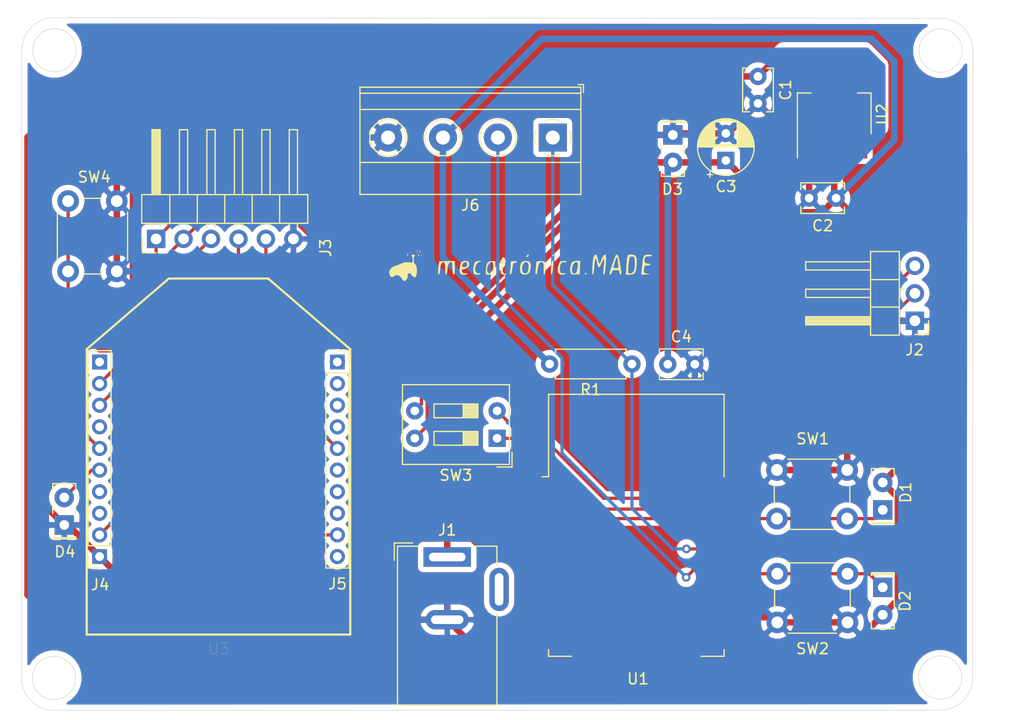
<source format=kicad_pcb>
(kicad_pcb (version 20171130) (host pcbnew "(5.1.6-0)")
  (layers (0 F.Cu signal) (31 B.Cu signal) (34 B.Paste user hide) (35 F.Paste user) (36 B.SilkS user) (37 F.SilkS user) (38 B.Mask user) (39 F.Mask user) (44 Edge.Cuts user))
  (net 0 "")
  (net 1 GND)
  (net 2 +3V3)
  (net 3 "Net-(U1-Pad2)")
  (net 4 "Net-(U1-Pad4)")
  (net 5 "Net-(U1-Pad5)")
  (net 6 "Net-(U1-Pad6)")
  (net 7 "Net-(U1-Pad7)")
  (net 8 "Net-(U1-Pad9)")
  (net 9 "Net-(U1-Pad10)")
  (net 10 "Net-(U1-Pad11)")
  (net 11 "Net-(U1-Pad12)")
  (net 12 "Net-(U1-Pad13)")
  (net 13 "Net-(U1-Pad14)")
  (net 14 "Net-(U1-Pad17)")
  (net 15 Rx)
  (net 16 Tx)
  (net 17 "Net-(U3-Pad4)")
  (net 18 "Net-(U3-Pad7)")
  (net 19 "Net-(U3-Pad11)")
  (net 20 "Net-(U3-Pad13)")
  (net 21 "Net-(U3-Pad14)")
  (net 22 "Net-(U3-Pad15)")
  (net 23 "Net-(U3-Pad17)")
  (net 24 "Net-(U3-Pad18)")
  (net 25 "Net-(U3-Pad19)")
  (net 26 "Net-(U3-Pad20)")
  (net 27 +12V)
  (net 28 RSSI)
  (net 29 /DOUT)
  (net 30 /DIN)
  (net 31 /DTR)
  (net 32 /CTS)
  (net 33 /RTS)
  (net 34 /VDD)
  (net 35 "Net-(J4-Pad7)")
  (net 36 RESET)
  (net 37 "Net-(J4-Pad4)")
  (net 38 "Net-(J4-Pad3)")
  (net 39 "Net-(J5-Pad1)")
  (net 40 "Net-(J5-Pad2)")
  (net 41 "Net-(J5-Pad3)")
  (net 42 "Net-(J5-Pad4)")
  (net 43 "Net-(J5-Pad6)")
  (net 44 "Net-(J5-Pad7)")
  (net 45 "Net-(J5-Pad8)")
  (net 46 "Net-(J5-Pad10)")
  (net 47 "Net-(D1-Pad1)")
  (net 48 "Net-(D2-Pad1)")
  (net 49 DATA)
  (net 50 SCK)
  (module XBP9B-DMST-002:DIP2200W51P200L3294H279Q20P (layer F.Cu) (at 116.95 107.47)
    (fp_text reference U3 (at 0.02 17.79 180) (layer F.SilkS) (effects (font (size 1.002732 1.002732) (thickness 0.015))))
    (fp_text value XBP9B-DMST-002)
    (pad 1 thru_hole rect (at -11 -8.75) (size 1.4 1.4) (drill 0.8) (layers *.Cu *.Mask) (net 2 +3V3))
    (pad 2 thru_hole circle (at -11 -6.75) (size 1.4 1.4) (drill 0.8) (layers *.Cu *.Mask) (net 29 /DOUT))
    (pad 3 thru_hole circle (at -11 -4.75) (size 1.4 1.4) (drill 0.8) (layers *.Cu *.Mask) (net 30 /DIN))
    (pad 4 thru_hole circle (at -11 -2.75) (size 1.4 1.4) (drill 0.8) (layers *.Cu *.Mask) (net 17 "Net-(U3-Pad4)"))
    (pad 5 thru_hole circle (at -11 -0.75) (size 1.4 1.4) (drill 0.8) (layers *.Cu *.Mask) (net 36 RESET))
    (pad 6 thru_hole circle (at -11 1.25) (size 1.4 1.4) (drill 0.8) (layers *.Cu *.Mask) (net 28 RSSI))
    (pad 7 thru_hole circle (at -11 3.25) (size 1.4 1.4) (drill 0.8) (layers *.Cu *.Mask) (net 18 "Net-(U3-Pad7)"))
    (pad 8 thru_hole circle (at -11 5.25) (size 1.4 1.4) (drill 0.8) (layers *.Cu *.Mask))
    (pad 9 thru_hole circle (at -11 7.25) (size 1.4 1.4) (drill 0.8) (layers *.Cu *.Mask) (net 31 /DTR))
    (pad 10 thru_hole circle (at -11 9.25) (size 1.4 1.4) (drill 0.8) (layers *.Cu *.Mask) (net 1 GND))
    (pad 11 thru_hole circle (at 11 9.25) (size 1.4 1.4) (drill 0.8) (layers *.Cu *.Mask) (net 19 "Net-(U3-Pad11)"))
    (pad 12 thru_hole circle (at 11 7.25) (size 1.4 1.4) (drill 0.8) (layers *.Cu *.Mask) (net 32 /CTS))
    (pad 13 thru_hole circle (at 11 5.25) (size 1.4 1.4) (drill 0.8) (layers *.Cu *.Mask) (net 20 "Net-(U3-Pad13)"))
    (pad 14 thru_hole circle (at 11 3.25) (size 1.4 1.4) (drill 0.8) (layers *.Cu *.Mask) (net 21 "Net-(U3-Pad14)"))
    (pad 15 thru_hole circle (at 11 1.25) (size 1.4 1.4) (drill 0.8) (layers *.Cu *.Mask) (net 22 "Net-(U3-Pad15)"))
    (pad 16 thru_hole circle (at 11 -0.75) (size 1.4 1.4) (drill 0.8) (layers *.Cu *.Mask) (net 33 /RTS))
    (pad 17 thru_hole circle (at 11 -2.75) (size 1.4 1.4) (drill 0.8) (layers *.Cu *.Mask) (net 23 "Net-(U3-Pad17)"))
    (pad 18 thru_hole circle (at 11 -4.75) (size 1.4 1.4) (drill 0.8) (layers *.Cu *.Mask) (net 24 "Net-(U3-Pad18)"))
    (pad 19 thru_hole circle (at 11 -6.75) (size 1.4 1.4) (drill 0.8) (layers *.Cu *.Mask) (net 25 "Net-(U3-Pad19)"))
    (pad 20 thru_hole circle (at 11 -8.75) (size 1.4 1.4) (drill 0.8) (layers *.Cu *.Mask) (net 26 "Net-(U3-Pad20)"))
  )
  (module Connector_PinHeader_2.54mm:PinHeader_1x03_P2.54mm_Horizontal (layer F.Cu) (at 181.3814 94.9071 180)
    (fp_text reference J2 (at 0.0254 -2.6924) (layer F.SilkS))
    (fp_text value Conn_01x03_Male)
    (pad 1 thru_hole rect (at 0 0 180) (size 1.7 1.7) (drill 1) (layers *.Cu *.Mask) (net 1 GND))
    (pad 2 thru_hole oval (at 0 2.54 180) (size 1.7 1.7) (drill 1) (layers *.Cu *.Mask) (net 15 Rx))
    (pad 3 thru_hole oval (at 0 5.08 180) (size 1.7 1.7) (drill 1) (layers *.Cu *.Mask) (net 16 Tx))
  )
  (module testboard:logo2 (layer F.Cu) (at 147.79 89.11)
    (fp_text reference G*** hide)
    (fp_text value LOGO hide)
  )
  (module Capacitor_THT:C_Disc_D3.8mm_W2.6mm_P2.50mm (layer F.Cu) (at 166.8653 72.3011 270)
    (fp_text reference C1 (at 1.25 -2.55 90) (layer F.SilkS))
    (fp_text value C)
    (pad 2 thru_hole circle (at 2.5 0 270) (size 1.6 1.6) (drill 0.8) (layers *.Cu *.Mask) (net 1 GND))
    (pad 1 thru_hole circle (at 0 0 270) (size 1.6 1.6) (drill 0.8) (layers *.Cu *.Mask) (net 27 +12V))
  )
  (module Capacitor_THT:C_Disc_D3.8mm_W2.6mm_P2.50mm (layer F.Cu) (at 174.1 83.56 180)
    (fp_text reference C2 (at 1.25 -2.55) (layer F.SilkS))
    (fp_text value C)
    (pad 1 thru_hole circle (at 0 0 180) (size 1.6 1.6) (drill 0.8) (layers *.Cu *.Mask) (net 2 +3V3))
    (pad 2 thru_hole circle (at 2.5 0 180) (size 1.6 1.6) (drill 0.8) (layers *.Cu *.Mask) (net 1 GND))
  )
  (module Capacitor_THT:CP_Radial_D5.0mm_P2.50mm (layer F.Cu) (at 163.8935 80.0735 90)
    (fp_text reference C3 (at -2.41 0.02 180) (layer F.SilkS))
    (fp_text value CP)
    (pad 1 thru_hole rect (at 0 0 90) (size 1.6 1.6) (drill 0.8) (layers *.Cu *.Mask) (net 2 +3V3))
    (pad 2 thru_hole circle (at 2.5 0 90) (size 1.6 1.6) (drill 0.8) (layers *.Cu *.Mask) (net 1 GND))
  )
  (module LED_THT:LED_Rectangular_W5.0mm_H2.0mm (layer F.Cu) (at 178.4096 112.4077 90)
    (fp_text reference D1 (at 1.6129 2.1209 90) (layer F.SilkS))
    (fp_text value LED)
    (pad 1 thru_hole rect (at 0 0 90) (size 1.8 1.8) (drill 0.9) (layers *.Cu *.Mask) (net 47 "Net-(D1-Pad1)"))
    (pad 2 thru_hole circle (at 2.54 0 90) (size 1.8 1.8) (drill 0.9) (layers *.Cu *.Mask) (net 2 +3V3))
  )
  (module LED_THT:LED_Rectangular_W5.0mm_H2.0mm (layer F.Cu) (at 178.4096 119.5705 270)
    (fp_text reference D2 (at 1.27 -2.06 90) (layer F.SilkS))
    (fp_text value LED)
    (pad 2 thru_hole circle (at 2.54 0 270) (size 1.8 1.8) (drill 0.9) (layers *.Cu *.Mask) (net 2 +3V3))
    (pad 1 thru_hole rect (at 0 0 270) (size 1.8 1.8) (drill 0.9) (layers *.Cu *.Mask) (net 48 "Net-(D2-Pad1)"))
  )
  (module LED_THT:LED_Rectangular_W5.0mm_H2.0mm (layer F.Cu) (at 158.9913 77.7113 270)
    (fp_text reference D3 (at 5.0165 0.0381 180) (layer F.SilkS))
    (fp_text value LED)
    (pad 2 thru_hole circle (at 2.54 0 270) (size 1.8 1.8) (drill 0.9) (layers *.Cu *.Mask) (net 2 +3V3))
    (pad 1 thru_hole rect (at 0 0 270) (size 1.8 1.8) (drill 0.9) (layers *.Cu *.Mask) (net 1 GND))
  )
  (module LED_THT:LED_Rectangular_W5.0mm_H2.0mm (layer F.Cu) (at 102.68 113.8 90)
    (fp_text reference D4 (at -2.4812 0.063 180) (layer F.SilkS))
    (fp_text value LED)
    (pad 1 thru_hole rect (at 0 0 90) (size 1.8 1.8) (drill 0.9) (layers *.Cu *.Mask) (net 1 GND))
    (pad 2 thru_hole circle (at 2.54 0 90) (size 1.8 1.8) (drill 0.9) (layers *.Cu *.Mask) (net 28 RSSI))
  )
  (module Connector_PinHeader_2.54mm:PinHeader_1x06_P2.54mm_Horizontal (layer F.Cu) (at 111.18 87.33 90)
    (fp_text reference J3 (at -0.8334 15.6803 90) (layer F.SilkS))
    (fp_text value Conn_01x06_Male)
    (pad 1 thru_hole rect (at 0 0 90) (size 1.7 1.7) (drill 1) (layers *.Cu *.Mask) (net 29 /DOUT))
    (pad 2 thru_hole oval (at 0 2.54 90) (size 1.7 1.7) (drill 1) (layers *.Cu *.Mask) (net 30 /DIN))
    (pad 3 thru_hole oval (at 0 5.08 90) (size 1.7 1.7) (drill 1) (layers *.Cu *.Mask) (net 31 /DTR))
    (pad 4 thru_hole oval (at 0 7.62 90) (size 1.7 1.7) (drill 1) (layers *.Cu *.Mask) (net 32 /CTS))
    (pad 5 thru_hole oval (at 0 10.16 90) (size 1.7 1.7) (drill 1) (layers *.Cu *.Mask) (net 33 /RTS))
    (pad 6 thru_hole oval (at 0 12.7 90) (size 1.7 1.7) (drill 1) (layers *.Cu *.Mask) (net 1 GND))
  )
  (module Connector_PinSocket_2.00mm:PinSocket_1x10_P2.00mm_Vertical (layer F.Cu) (at 105.95 116.72 180)
    (fp_text reference J4 (at -0.0442 -2.6092) (layer F.SilkS))
    (fp_text value Conn_01x10_Female)
    (pad 10 thru_hole oval (at 0 18 180) (size 1.35 1.35) (drill 0.8) (layers *.Cu *.Mask) (net 34 /VDD))
    (pad 9 thru_hole oval (at 0 16 180) (size 1.35 1.35) (drill 0.8) (layers *.Cu *.Mask) (net 29 /DOUT))
    (pad 8 thru_hole oval (at 0 14 180) (size 1.35 1.35) (drill 0.8) (layers *.Cu *.Mask) (net 30 /DIN))
    (pad 7 thru_hole oval (at 0 12 180) (size 1.35 1.35) (drill 0.8) (layers *.Cu *.Mask) (net 35 "Net-(J4-Pad7)"))
    (pad 6 thru_hole oval (at 0 10 180) (size 1.35 1.35) (drill 0.8) (layers *.Cu *.Mask) (net 36 RESET))
    (pad 5 thru_hole oval (at 0 8 180) (size 1.35 1.35) (drill 0.8) (layers *.Cu *.Mask) (net 28 RSSI))
    (pad 4 thru_hole oval (at 0 6 180) (size 1.35 1.35) (drill 0.8) (layers *.Cu *.Mask) (net 37 "Net-(J4-Pad4)"))
    (pad 3 thru_hole oval (at 0 4 180) (size 1.35 1.35) (drill 0.8) (layers *.Cu *.Mask) (net 38 "Net-(J4-Pad3)"))
    (pad 2 thru_hole oval (at 0 2 180) (size 1.35 1.35) (drill 0.8) (layers *.Cu *.Mask) (net 31 /DTR))
    (pad 1 thru_hole rect (at 0 0 180) (size 1.35 1.35) (drill 0.8) (layers *.Cu *.Mask) (net 1 GND))
  )
  (module Connector_PinSocket_2.00mm:PinSocket_1x10_P2.00mm_Vertical (layer F.Cu) (at 127.95 98.72)
    (fp_text reference J5 (at 0.0152 20.533) (layer F.SilkS))
    (fp_text value Conn_01x10_Female)
    (pad 1 thru_hole rect (at 0 0) (size 1.35 1.35) (drill 0.8) (layers *.Cu *.Mask) (net 39 "Net-(J5-Pad1)"))
    (pad 2 thru_hole oval (at 0 2) (size 1.35 1.35) (drill 0.8) (layers *.Cu *.Mask) (net 40 "Net-(J5-Pad2)"))
    (pad 3 thru_hole oval (at 0 4) (size 1.35 1.35) (drill 0.8) (layers *.Cu *.Mask) (net 41 "Net-(J5-Pad3)"))
    (pad 4 thru_hole oval (at 0 6) (size 1.35 1.35) (drill 0.8) (layers *.Cu *.Mask) (net 42 "Net-(J5-Pad4)"))
    (pad 5 thru_hole oval (at 0 8) (size 1.35 1.35) (drill 0.8) (layers *.Cu *.Mask) (net 33 /RTS))
    (pad 6 thru_hole oval (at 0 10) (size 1.35 1.35) (drill 0.8) (layers *.Cu *.Mask) (net 43 "Net-(J5-Pad6)"))
    (pad 7 thru_hole oval (at 0 12) (size 1.35 1.35) (drill 0.8) (layers *.Cu *.Mask) (net 44 "Net-(J5-Pad7)"))
    (pad 8 thru_hole oval (at 0 14) (size 1.35 1.35) (drill 0.8) (layers *.Cu *.Mask) (net 45 "Net-(J5-Pad8)"))
    (pad 9 thru_hole oval (at 0 16) (size 1.35 1.35) (drill 0.8) (layers *.Cu *.Mask) (net 32 /CTS))
    (pad 10 thru_hole oval (at 0 18) (size 1.35 1.35) (drill 0.8) (layers *.Cu *.Mask) (net 46 "Net-(J5-Pad10)"))
  )
  (module Button_Switch_THT:SW_PUSH_6mm (layer F.Cu) (at 168.62 108.71)
    (fp_text reference SW1 (at 3.3126 -2.8809) (layer F.SilkS))
    (fp_text value SW_Push)
    (pad 2 thru_hole circle (at 0 4.5 90) (size 2 2) (drill 1.1) (layers *.Cu *.Mask) (net 47 "Net-(D1-Pad1)"))
    (pad 1 thru_hole circle (at 0 0 90) (size 2 2) (drill 1.1) (layers *.Cu *.Mask) (net 1 GND))
    (pad 2 thru_hole circle (at 6.5 4.5 90) (size 2 2) (drill 1.1) (layers *.Cu *.Mask) (net 47 "Net-(D1-Pad1)"))
    (pad 1 thru_hole circle (at 6.5 0 90) (size 2 2) (drill 1.1) (layers *.Cu *.Mask) (net 1 GND))
  )
  (module Button_Switch_THT:SW_PUSH_6mm (layer F.Cu) (at 168.65 118.31)
    (fp_text reference SW2 (at 3.2699 6.9374) (layer F.SilkS))
    (fp_text value SW_Push)
    (pad 1 thru_hole circle (at 6.5 0 90) (size 2 2) (drill 1.1) (layers *.Cu *.Mask) (net 48 "Net-(D2-Pad1)"))
    (pad 2 thru_hole circle (at 6.5 4.5 90) (size 2 2) (drill 1.1) (layers *.Cu *.Mask) (net 1 GND))
    (pad 1 thru_hole circle (at 0 0 90) (size 2 2) (drill 1.1) (layers *.Cu *.Mask) (net 48 "Net-(D2-Pad1)"))
    (pad 2 thru_hole circle (at 0 4.5 90) (size 2 2) (drill 1.1) (layers *.Cu *.Mask) (net 1 GND))
  )
  (module Button_Switch_THT:SW_DIP_SPSTx02_Slide_9.78x7.26mm_W7.62mm_P2.54mm (layer F.Cu) (at 142.73 105.78 180)
    (fp_text reference SW3 (at 3.81 -3.42) (layer F.SilkS))
    (fp_text value SW_DIP_x02)
    (pad 1 thru_hole rect (at 0 0 180) (size 1.6 1.6) (drill 0.8) (layers *.Cu *.Mask) (net 15 Rx))
    (pad 3 thru_hole oval (at 7.62 2.54 180) (size 1.6 1.6) (drill 0.8) (layers *.Cu *.Mask) (net 30 /DIN))
    (pad 2 thru_hole oval (at 0 2.54 180) (size 1.6 1.6) (drill 0.8) (layers *.Cu *.Mask) (net 16 Tx))
    (pad 4 thru_hole oval (at 7.62 0 180) (size 1.6 1.6) (drill 0.8) (layers *.Cu *.Mask) (net 29 /DOUT))
  )
  (module Button_Switch_THT:SW_PUSH_6mm (layer F.Cu) (at 107.54 83.83 270)
    (fp_text reference SW4 (at -2.22 2.09 180) (layer F.SilkS))
    (fp_text value SW_Push)
    (pad 2 thru_hole circle (at 0 4.5) (size 2 2) (drill 1.1) (layers *.Cu *.Mask) (net 36 RESET))
    (pad 1 thru_hole circle (at 0 0) (size 2 2) (drill 1.1) (layers *.Cu *.Mask) (net 1 GND))
    (pad 2 thru_hole circle (at 6.5 4.5) (size 2 2) (drill 1.1) (layers *.Cu *.Mask) (net 36 RESET))
    (pad 1 thru_hole circle (at 6.5 0) (size 2 2) (drill 1.1) (layers *.Cu *.Mask) (net 1 GND))
  )
  (module RF_Module:ESP-12E (layer F.Cu) (at 155.61 113.83)
    (fp_text reference U1 (at 0.15 14.21) (layer F.SilkS))
    (fp_text value ESP-12E)
    (pad 1 smd rect (at -7.6 -3.5) (size 2.5 1) (layers F.Cu F.Paste F.Mask) (net 47 "Net-(D1-Pad1)"))
    (pad 2 smd rect (at -7.6 -1.5) (size 2.5 1) (layers F.Cu F.Paste F.Mask) (net 3 "Net-(U1-Pad2)"))
    (pad 3 smd rect (at -7.6 0.5) (size 2.5 1) (layers F.Cu F.Paste F.Mask) (net 2 +3V3))
    (pad 4 smd rect (at -7.6 2.5) (size 2.5 1) (layers F.Cu F.Paste F.Mask) (net 4 "Net-(U1-Pad4)"))
    (pad 5 smd rect (at -7.6 4.5) (size 2.5 1) (layers F.Cu F.Paste F.Mask) (net 5 "Net-(U1-Pad5)"))
    (pad 6 smd rect (at -7.6 6.5) (size 2.5 1) (layers F.Cu F.Paste F.Mask) (net 6 "Net-(U1-Pad6)"))
    (pad 7 smd rect (at -7.6 8.5) (size 2.5 1) (layers F.Cu F.Paste F.Mask) (net 7 "Net-(U1-Pad7)"))
    (pad 8 smd rect (at -7.6 10.5) (size 2.5 1) (layers F.Cu F.Paste F.Mask) (net 2 +3V3))
    (pad 9 smd rect (at -5 12) (size 1 1.8) (layers F.Cu F.Paste F.Mask) (net 8 "Net-(U1-Pad9)"))
    (pad 10 smd rect (at -3 12) (size 1 1.8) (layers F.Cu F.Paste F.Mask) (net 9 "Net-(U1-Pad10)"))
    (pad 11 smd rect (at -1 12) (size 1 1.8) (layers F.Cu F.Paste F.Mask) (net 10 "Net-(U1-Pad11)"))
    (pad 12 smd rect (at 1 12) (size 1 1.8) (layers F.Cu F.Paste F.Mask) (net 11 "Net-(U1-Pad12)"))
    (pad 13 smd rect (at 3 12) (size 1 1.8) (layers F.Cu F.Paste F.Mask) (net 12 "Net-(U1-Pad13)"))
    (pad 14 smd rect (at 5 12) (size 1 1.8) (layers F.Cu F.Paste F.Mask) (net 13 "Net-(U1-Pad14)"))
    (pad 15 smd rect (at 7.6 10.5) (size 2.5 1) (layers F.Cu F.Paste F.Mask) (net 1 GND))
    (pad 16 smd rect (at 7.6 8.5) (size 2.5 1) (layers F.Cu F.Paste F.Mask) (net 1 GND))
    (pad 17 smd rect (at 7.6 6.5) (size 2.5 1) (layers F.Cu F.Paste F.Mask) (net 14 "Net-(U1-Pad17)"))
    (pad 18 smd rect (at 7.6 4.5) (size 2.5 1) (layers F.Cu F.Paste F.Mask) (net 48 "Net-(D2-Pad1)"))
    (pad 19 smd rect (at 7.6 2.5) (size 2.5 1) (layers F.Cu F.Paste F.Mask) (net 49 DATA))
    (pad 20 smd rect (at 7.6 0.5) (size 2.5 1) (layers F.Cu F.Paste F.Mask) (net 50 SCK))
    (pad 21 smd rect (at 7.6 -1.5) (size 2.5 1) (layers F.Cu F.Paste F.Mask) (net 15 Rx))
    (pad 22 smd rect (at 7.6 -3.5) (size 2.5 1) (layers F.Cu F.Paste F.Mask) (net 16 Tx))
  )
  (module Package_TO_SOT_SMD:SOT-223-3_TabPin2 (layer F.Cu) (at 173.92 75.74 90)
    (fp_text reference U2 (at -0.0536 4.4388 90) (layer F.SilkS))
    (fp_text value AMS1117-3.3)
    (pad 2 smd rect (at 3.15 0 90) (size 2 3.8) (layers F.Cu F.Paste F.Mask) (net 2 +3V3))
    (pad 2 smd rect (at -3.15 0 90) (size 2 1.5) (layers F.Cu F.Paste F.Mask) (net 2 +3V3))
    (pad 3 smd rect (at -3.15 2.3 90) (size 2 1.5) (layers F.Cu F.Paste F.Mask) (net 27 +12V))
    (pad 1 smd rect (at -3.15 -2.3 90) (size 2 1.5) (layers F.Cu F.Paste F.Mask) (net 1 GND))
  )
  (module Connector_BarrelJack:BarrelJack_Wuerth_6941xx301002 (layer F.Cu) (at 138.1125 116.7638)
    (fp_text reference J1 (at 0 -2.5) (layer F.SilkS))
    (fp_text value Jack-DC)
    (pad 3 thru_hole oval (at 4.8 3 90) (size 4 1.8) (drill oval 3 0.8) (layers *.Cu *.Mask))
    (pad 2 thru_hole oval (at 0 5.8) (size 4 1.8) (drill oval 3 0.8) (layers *.Cu *.Mask) (net 1 GND))
    (pad 1 thru_hole rect (at 0 0) (size 4.4 1.8) (drill oval 3.4 0.8) (layers *.Cu *.Mask) (net 27 +12V))
  )
  (module Capacitor_THT:C_Disc_D3.8mm_W2.6mm_P2.50mm (layer F.Cu) (at 158.5214 98.933)
    (fp_text reference C4 (at 1.25 -2.55) (layer F.SilkS))
    (fp_text value 100nF)
    (pad 1 thru_hole circle (at 0 0) (size 1.6 1.6) (drill 0.8) (layers *.Cu *.Mask) (net 2 +3V3))
    (pad 2 thru_hole circle (at 2.5 0) (size 1.6 1.6) (drill 0.8) (layers *.Cu *.Mask) (net 1 GND))
  )
  (module TerminalBlock_Phoenix:TerminalBlock_Phoenix_MKDS-1,5-4-5.08_1x04_P5.08mm_Horizontal (layer F.Cu) (at 147.8788 77.9526 180)
    (fp_text reference J6 (at 7.62 -6.26) (layer F.SilkS))
    (fp_text value Conn_01x04_Male)
    (pad 1 thru_hole rect (at 0 0 180) (size 2.6 2.6) (drill 1.3) (layers *.Cu *.Mask) (net 49 DATA))
    (pad 2 thru_hole circle (at 5.08 0 180) (size 2.6 2.6) (drill 1.3) (layers *.Cu *.Mask) (net 50 SCK))
    (pad 3 thru_hole circle (at 10.16 0 180) (size 2.6 2.6) (drill 1.3) (layers *.Cu *.Mask) (net 2 +3V3))
    (pad 4 thru_hole circle (at 15.24 0 180) (size 2.6 2.6) (drill 1.3) (layers *.Cu *.Mask) (net 1 GND))
  )
  (module Resistor_THT:R_Axial_DIN0207_L6.3mm_D2.5mm_P7.62mm_Horizontal (layer F.Cu) (at 155.2067 98.9076 180)
    (fp_text reference R1 (at 3.81 -2.37) (layer F.SilkS))
    (fp_text value 10K)
    (pad 1 thru_hole circle (at 0 0 180) (size 1.6 1.6) (drill 0.8) (layers *.Cu *.Mask) (net 49 DATA))
    (pad 2 thru_hole oval (at 7.62 0 180) (size 1.6 1.6) (drill 0.8) (layers *.Cu *.Mask) (net 2 +3V3))
  )
  (gr_line (start 186.76 89.57) (end 186.73 108.58) (layer Edge.Cuts) (width 0.05))
  (gr_line (start 98.75 89.48) (end 98.73 108.54) (layer Edge.Cuts) (width 0.05))
  (gr_line (start 186.73 127.92) (end 186.73 108.58) (layer Edge.Cuts) (width 0.05))
  (gr_line (start 98.73 108.54) (end 98.73 127.95) (layer Edge.Cuts) (width 0.05))
  (gr_line (start 98.759802 69.9) (end 98.75 89.48) (layer Edge.Cuts) (width 0.05))
  (gr_line (start 186.75 69.91) (end 186.76 89.57) (layer Edge.Cuts) (width 0.05))
  (gr_line (start 101.73 130.95) (end 183.73 130.92) (layer Edge.Cuts) (width 0.05))
  (gr_arc (start 183.73 127.92) (end 183.73 130.92) (angle -90) (layer Edge.Cuts) (width 0.05))
  (gr_arc (start 101.73 127.95) (end 98.73 127.95) (angle -90) (layer Edge.Cuts) (width 0.05))
  (gr_line (start 101.730001 66.870001) (end 183.719869 66.920269) (layer Edge.Cuts) (width 0.05))
  (gr_arc (start 183.76 69.91) (end 186.75 69.91) (angle -90.76902468) (layer Edge.Cuts) (width 0.05))
  (gr_arc (start 101.77 69.88) (end 101.730001 66.870001) (angle -89.61933636) (layer Edge.Cuts) (width 0.05))
  (gr_circle (center 183.73 127.92) (end 184.5 129.77) (layer Edge.Cuts) (width 0.05))
  (gr_circle (center 101.73 127.95) (end 103.22 129.29) (layer Edge.Cuts) (width 0.05))
  (gr_circle (center 183.76 69.91) (end 184.94 71.53) (layer Edge.Cuts) (width 0.05))
  (gr_circle (center 101.77 69.88) (end 103.1 71.38) (layer Edge.Cuts) (width 0.05))
  (segment (start 102.68 113.8) (end 102.68 114.4) (width 0.6) (layer F.Cu) (net 1))
  (segment (start 163.49 124.61) (end 163.21 124.33) (width 0.6) (layer F.Cu) (net 1))
  (segment (start 123.87 87.34) (end 123.88 87.33) (width 0.6) (layer F.Cu) (net 1))
  (segment (start 170.9542 78.89) (end 166.8653 74.8011) (width 0.6) (layer F.Cu) (net 1))
  (segment (start 171.62 78.89) (end 170.9542 78.89) (width 0.6) (layer F.Cu) (net 1))
  (segment (start 164.0929 77.5735) (end 166.8653 74.8011) (width 0.6) (layer F.Cu) (net 1))
  (segment (start 163.8935 77.5735) (end 164.0929 77.5735) (width 0.6) (layer F.Cu) (net 1))
  (segment (start 159.1291 77.5735) (end 158.9913 77.7113) (width 0.6) (layer F.Cu) (net 1))
  (segment (start 163.8935 77.5735) (end 159.1291 77.5735) (width 0.6) (layer F.Cu) (net 1))
  (segment (start 158.9913 77.7113) (end 157.1117 77.7113) (width 0.6) (layer F.Cu) (net 1))
  (segment (start 107.54 90.33) (end 107.54 83.83) (width 0.6) (layer F.Cu) (net 1))
  (segment (start 107.54 83.83) (end 107.54 77.8093) (width 0.6) (layer F.Cu) (net 1))
  (segment (start 107.54 77.8093) (end 106.553 76.8223) (width 0.6) (layer F.Cu) (net 1))
  (segment (start 106.553 76.8223) (end 102.0191 76.8223) (width 0.6) (layer F.Cu) (net 1))
  (segment (start 102.0191 76.8223) (end 100.457 78.3844) (width 0.6) (layer F.Cu) (net 1))
  (segment (start 100.457 79.121) (end 100.4951 79.1591) (width 0.6) (layer F.Cu) (net 1))
  (segment (start 100.457 78.3844) (end 100.457 79.121) (width 0.6) (layer F.Cu) (net 1))
  (segment (start 100.4951 111.6151) (end 102.68 113.8) (width 0.6) (layer F.Cu) (net 1))
  (segment (start 100.4951 79.1591) (end 100.4951 111.6151) (width 0.6) (layer F.Cu) (net 1))
  (segment (start 103.03 113.8) (end 105.95 116.72) (width 0.6) (layer F.Cu) (net 1))
  (segment (start 102.68 113.8) (end 103.03 113.8) (width 0.6) (layer F.Cu) (net 1))
  (segment (start 111.7938 122.5638) (end 138.1125 122.5638) (width 0.6) (layer F.Cu) (net 1))
  (segment (start 105.95 116.72) (end 111.7938 122.5638) (width 0.6) (layer F.Cu) (net 1))
  (segment (start 168.17 122.33) (end 168.65 122.81) (width 0.6) (layer F.Cu) (net 1))
  (segment (start 163.21 122.33) (end 168.17 122.33) (width 0.6) (layer F.Cu) (net 1))
  (segment (start 175.12 108.71) (end 168.62 108.71) (width 0.6) (layer F.Cu) (net 1))
  (segment (start 163.21 122.33) (end 163.21 124.33) (width 0.6) (layer F.Cu) (net 1))
  (segment (start 161.510001 127.230001) (end 142.778701 127.230001) (width 0.6) (layer F.Cu) (net 1))
  (segment (start 142.778701 127.230001) (end 138.1125 122.5638) (width 0.6) (layer F.Cu) (net 1))
  (segment (start 163.21 125.530002) (end 161.510001 127.230001) (width 0.6) (layer F.Cu) (net 1))
  (segment (start 163.21 124.33) (end 163.21 125.530002) (width 0.6) (layer F.Cu) (net 1))
  (segment (start 157.1117 77.7113) (end 156.464 78.359) (width 0.6) (layer F.Cu) (net 1))
  (segment (start 156.464 78.359) (end 156.337 78.486) (width 0.6) (layer F.Cu) (net 1))
  (segment (start 168.65 122.81) (end 175.15 122.81) (width 0.6) (layer F.Cu) (net 1))
  (segment (start 141.429999 117.746301) (end 138.1125 121.0638) (width 0.6) (layer F.Cu) (net 1))
  (segment (start 156.464 78.359) (end 138.91251 95.91049) (width 0.6) (layer F.Cu) (net 1))
  (segment (start 138.91251 113.563808) (end 141.429999 116.081297) (width 0.6) (layer F.Cu) (net 1))
  (segment (start 141.429999 116.081297) (end 141.429999 117.746301) (width 0.6) (layer F.Cu) (net 1))
  (segment (start 138.1125 121.0638) (end 138.1125 122.5638) (width 0.6) (layer F.Cu) (net 1))
  (segment (start 138.91251 95.91049) (end 138.91251 113.563808) (width 0.6) (layer F.Cu) (net 1))
  (segment (start 171.6 78.91) (end 171.62 78.89) (width 0.6) (layer F.Cu) (net 1))
  (segment (start 171.6 83.56) (end 171.6 78.91) (width 0.6) (layer F.Cu) (net 1))
  (segment (start 120.88 90.33) (end 123.88 87.33) (width 0.6) (layer B.Cu) (net 1))
  (segment (start 107.54 90.33) (end 120.88 90.33) (width 0.6) (layer B.Cu) (net 1))
  (segment (start 161.0214 101.1114) (end 168.62 108.71) (width 0.6) (layer B.Cu) (net 1))
  (segment (start 161.0214 98.933) (end 161.0214 101.1114) (width 0.6) (layer B.Cu) (net 1))
  (segment (start 127.381 77.9526) (end 132.6388 77.9526) (width 0.6) (layer B.Cu) (net 1))
  (segment (start 123.88 81.4536) (end 127.381 77.9526) (width 0.6) (layer B.Cu) (net 1))
  (segment (start 123.88 87.33) (end 123.88 81.4536) (width 0.6) (layer B.Cu) (net 1))
  (segment (start 175.12 99.6064) (end 179.8193 94.9071) (width 0.6) (layer F.Cu) (net 1))
  (segment (start 179.8193 94.9071) (end 181.3814 94.9071) (width 0.6) (layer F.Cu) (net 1))
  (segment (start 175.12 108.71) (end 175.12 99.6064) (width 0.6) (layer F.Cu) (net 1))
  (segment (start 170.150001 110.240001) (end 168.62 108.71) (width 0.6) (layer B.Cu) (net 1))
  (segment (start 170.150001 121.309999) (end 170.150001 110.240001) (width 0.6) (layer B.Cu) (net 1))
  (segment (start 168.65 122.81) (end 170.150001 121.309999) (width 0.6) (layer B.Cu) (net 1))
  (segment (start 173.92 83.38) (end 174.1 83.56) (width 0.6) (layer F.Cu) (net 2))
  (segment (start 173.92 78.89) (end 173.92 83.38) (width 0.6) (layer F.Cu) (net 2))
  (segment (start 178.069502 122.1105) (end 178.4096 122.1105) (width 0.6) (layer F.Cu) (net 2))
  (segment (start 163.7157 80.2513) (end 163.8935 80.0735) (width 0.6) (layer F.Cu) (net 2))
  (segment (start 158.9913 80.2513) (end 163.7157 80.2513) (width 0.6) (layer F.Cu) (net 2))
  (segment (start 173.92 79.240002) (end 173.92 78.89) (width 0.6) (layer F.Cu) (net 2))
  (segment (start 163.8935 80.0735) (end 164.210001 80.390001) (width 0.6) (layer F.Cu) (net 2))
  (segment (start 179.809601 111.267701) (end 178.4096 109.8677) (width 0.6) (layer F.Cu) (net 2))
  (segment (start 179.809601 120.710499) (end 179.809601 111.267701) (width 0.6) (layer F.Cu) (net 2))
  (segment (start 178.4096 122.1105) (end 179.809601 120.710499) (width 0.6) (layer F.Cu) (net 2))
  (segment (start 185.55961 102.71769) (end 178.4096 109.8677) (width 0.6) (layer F.Cu) (net 2))
  (segment (start 174.1 83.56) (end 175.757 85.217) (width 0.6) (layer F.Cu) (net 2))
  (segment (start 184.31492 85.217) (end 185.55961 86.46169) (width 0.6) (layer F.Cu) (net 2))
  (segment (start 185.55961 86.46169) (end 185.55961 102.71769) (width 0.6) (layer F.Cu) (net 2))
  (segment (start 178.5747 85.217) (end 184.31492 85.217) (width 0.6) (layer F.Cu) (net 2))
  (segment (start 175.757 85.217) (end 178.5747 85.217) (width 0.6) (layer F.Cu) (net 2))
  (segment (start 173.524002 83.56) (end 174.1 83.56) (width 0.6) (layer F.Cu) (net 2))
  (segment (start 172.490089 128.030011) (end 178.4096 122.1105) (width 0.6) (layer F.Cu) (net 2))
  (segment (start 106.930011 128.030011) (end 172.490089 128.030011) (width 0.6) (layer F.Cu) (net 2))
  (segment (start 99.280795 120.261195) (end 100.33 121.3104) (width 0.6) (layer F.Cu) (net 2))
  (segment (start 101.5111 75.692) (end 99.280795 77.922305) (width 0.6) (layer F.Cu) (net 2))
  (segment (start 99.280795 77.922305) (end 99.280795 120.261195) (width 0.6) (layer F.Cu) (net 2))
  (segment (start 107.1626 75.692) (end 101.5111 75.692) (width 0.6) (layer F.Cu) (net 2))
  (segment (start 100.33 121.3104) (end 100.33 121.43) (width 0.6) (layer F.Cu) (net 2))
  (segment (start 105.95 97.544999) (end 107.090101 97.544999) (width 0.6) (layer F.Cu) (net 2))
  (segment (start 107.090101 97.544999) (end 109.040001 95.595099) (width 0.6) (layer F.Cu) (net 2))
  (segment (start 109.040001 95.595099) (end 109.040001 77.569401) (width 0.6) (layer F.Cu) (net 2))
  (segment (start 100.33 121.43) (end 106.930011 128.030011) (width 0.6) (layer F.Cu) (net 2))
  (segment (start 109.040001 77.569401) (end 107.1626 75.692) (width 0.6) (layer F.Cu) (net 2))
  (segment (start 148.660002 124.33) (end 148.01 124.33) (width 0.6) (layer F.Cu) (net 2))
  (segment (start 149.760001 123.230001) (end 148.660002 124.33) (width 0.6) (layer F.Cu) (net 2))
  (segment (start 149.760001 115.429999) (end 149.760001 123.230001) (width 0.6) (layer F.Cu) (net 2))
  (segment (start 148.660002 114.33) (end 149.760001 115.429999) (width 0.6) (layer F.Cu) (net 2))
  (segment (start 148.01 114.33) (end 148.660002 114.33) (width 0.6) (layer F.Cu) (net 2))
  (segment (start 158.9913 80.2513) (end 156.0576 80.2513) (width 0.6) (layer F.Cu) (net 2))
  (segment (start 156.0576 80.2513) (end 139.71252 96.59638) (width 0.6) (layer F.Cu) (net 2))
  (segment (start 146.16 114.33) (end 148.01 114.33) (width 0.6) (layer F.Cu) (net 2))
  (segment (start 139.71252 107.88252) (end 146.16 114.33) (width 0.6) (layer F.Cu) (net 2))
  (segment (start 139.71252 96.59638) (end 139.71252 107.88252) (width 0.6) (layer F.Cu) (net 2))
  (segment (start 173.92 78.89) (end 173.92 72.59) (width 0.6) (layer F.Cu) (net 2))
  (segment (start 172.799999 84.860001) (end 174.1 83.56) (width 0.6) (layer F.Cu) (net 2))
  (segment (start 168.680001 84.860001) (end 172.799999 84.860001) (width 0.6) (layer F.Cu) (net 2))
  (segment (start 163.8935 80.0735) (end 168.680001 84.860001) (width 0.6) (layer F.Cu) (net 2))
  (segment (start 177.3809 68.8213) (end 179.4764 70.9168) (width 0.6) (layer B.Cu) (net 2))
  (segment (start 179.4764 78.1836) (end 174.1 83.56) (width 0.6) (layer B.Cu) (net 2))
  (segment (start 179.4764 70.9168) (end 179.4764 78.1836) (width 0.6) (layer B.Cu) (net 2))
  (segment (start 158.5214 80.7212) (end 158.9913 80.2513) (width 0.6) (layer B.Cu) (net 2))
  (segment (start 158.5214 98.933) (end 158.5214 80.7212) (width 0.6) (layer B.Cu) (net 2))
  (segment (start 146.8501 68.8213) (end 137.7188 77.9526) (width 0.6) (layer B.Cu) (net 2))
  (segment (start 177.3809 68.8213) (end 146.8501 68.8213) (width 0.6) (layer B.Cu) (net 2))
  (segment (start 137.7188 77.9526) (end 137.7188 89.0397) (width 0.6) (layer B.Cu) (net 2))
  (segment (start 137.7188 89.0397) (end 137.92835 89.24925) (width 0.6) (layer B.Cu) (net 2))
  (segment (start 137.92835 89.24925) (end 137.7696 89.0905) (width 0.6) (layer B.Cu) (net 2))
  (segment (start 147.5867 98.9076) (end 137.92835 89.24925) (width 0.6) (layer B.Cu) (net 2))
  (segment (start 145.840002 105.78) (end 142.73 105.78) (width 0.3) (layer F.Cu) (net 15))
  (segment (start 152.390002 112.33) (end 145.840002 105.78) (width 0.3) (layer F.Cu) (net 15))
  (segment (start 163.21 112.33) (end 152.390002 112.33) (width 0.3) (layer F.Cu) (net 15))
  (segment (start 181.3814 92.3671) (end 166.7383 107.0102) (width 0.3) (layer F.Cu) (net 15))
  (segment (start 164.76 112.33) (end 163.21 112.33) (width 0.3) (layer F.Cu) (net 15))
  (segment (start 166.7383 110.3517) (end 164.76 112.33) (width 0.3) (layer F.Cu) (net 15))
  (segment (start 166.7383 107.0102) (end 166.7383 110.3517) (width 0.3) (layer F.Cu) (net 15))
  (segment (start 146.02 104.77) (end 152.58 111.33) (width 0.3) (layer F.Cu) (net 16))
  (segment (start 162.11 111.33) (end 163.21 110.23) (width 0.3) (layer F.Cu) (net 16))
  (segment (start 152.58 111.33) (end 162.11 111.33) (width 0.3) (layer F.Cu) (net 16))
  (segment (start 146.02 104.77) (end 144.51 104.77) (width 0.3) (layer F.Cu) (net 16))
  (segment (start 144.51 104.77) (end 144.19 104.45) (width 0.3) (layer F.Cu) (net 16))
  (segment (start 143.94 104.45) (end 142.73 103.24) (width 0.3) (layer F.Cu) (net 16))
  (segment (start 144.19 104.45) (end 143.94 104.45) (width 0.3) (layer F.Cu) (net 16))
  (segment (start 179.578 91.6305) (end 181.3814 89.8271) (width 0.3) (layer F.Cu) (net 16))
  (segment (start 163.21 110.33) (end 165.2346 110.33) (width 0.3) (layer F.Cu) (net 16))
  (segment (start 179.578 93.218) (end 179.578 91.6305) (width 0.3) (layer F.Cu) (net 16))
  (segment (start 165.2346 110.33) (end 166.23829 109.32631) (width 0.3) (layer F.Cu) (net 16))
  (segment (start 166.23829 106.55771) (end 179.578 93.218) (width 0.3) (layer F.Cu) (net 16))
  (segment (start 166.23829 109.32631) (end 166.23829 106.55771) (width 0.3) (layer F.Cu) (net 16))
  (segment (start 138.1125 102.136116) (end 138.1125 116.7638) (width 0.6) (layer F.Cu) (net 27))
  (segment (start 138.1125 95.579116) (end 138.1125 102.136116) (width 0.6) (layer F.Cu) (net 27))
  (segment (start 161.390516 72.3011) (end 138.1125 95.579116) (width 0.6) (layer F.Cu) (net 27))
  (segment (start 166.8653 72.3011) (end 161.390516 72.3011) (width 0.6) (layer F.Cu) (net 27))
  (segment (start 166.8653 72.3011) (end 169.2402 69.9262) (width 0.6) (layer F.Cu) (net 27))
  (segment (start 169.2402 69.9262) (end 176.7459 69.9262) (width 0.6) (layer F.Cu) (net 27))
  (segment (start 176.7459 69.9262) (end 178.1302 71.3105) (width 0.6) (layer F.Cu) (net 27))
  (segment (start 178.1302 76.9798) (end 176.22 78.89) (width 0.6) (layer F.Cu) (net 27))
  (segment (start 178.1302 71.3105) (end 178.1302 76.9798) (width 0.6) (layer F.Cu) (net 27))
  (segment (start 105.22 108.72) (end 105.95 108.72) (width 0.3) (layer F.Cu) (net 28))
  (segment (start 102.68 111.26) (end 105.22 108.72) (width 0.3) (layer F.Cu) (net 28))
  (segment (start 111.18 95.49) (end 105.95 100.72) (width 0.3) (layer F.Cu) (net 29))
  (segment (start 111.18 87.33) (end 111.18 95.49) (width 0.3) (layer F.Cu) (net 29))
  (segment (start 136.260001 104.629999) (end 135.11 105.78) (width 0.3) (layer F.Cu) (net 29))
  (segment (start 113.23421 85.27579) (end 124.308912 85.27579) (width 0.3) (layer F.Cu) (net 29))
  (segment (start 136.260001 97.226879) (end 136.260001 104.629999) (width 0.3) (layer F.Cu) (net 29))
  (segment (start 124.308912 85.27579) (end 136.260001 97.226879) (width 0.3) (layer F.Cu) (net 29))
  (segment (start 111.18 87.33) (end 113.23421 85.27579) (width 0.3) (layer F.Cu) (net 29))
  (segment (start 105.95 102.72) (end 112.47 96.2) (width 0.3) (layer F.Cu) (net 30))
  (segment (start 112.47 88.58) (end 113.72 87.33) (width 0.3) (layer F.Cu) (net 30))
  (segment (start 112.47 96.2) (end 112.47 88.58) (width 0.3) (layer F.Cu) (net 30))
  (segment (start 135.7249 102.6251) (end 135.11 103.24) (width 0.3) (layer F.Cu) (net 30))
  (segment (start 135.7249 97.46908) (end 135.7249 102.6251) (width 0.3) (layer F.Cu) (net 30))
  (segment (start 135.759991 97.433989) (end 135.7249 97.46908) (width 0.3) (layer F.Cu) (net 30))
  (segment (start 124.101802 85.7758) (end 135.759991 97.433989) (width 0.3) (layer F.Cu) (net 30))
  (segment (start 115.2742 85.7758) (end 124.101802 85.7758) (width 0.3) (layer F.Cu) (net 30))
  (segment (start 113.72 87.33) (end 115.2742 85.7758) (width 0.3) (layer F.Cu) (net 30))
  (segment (start 105.95 114.274002) (end 105.95 114.72) (width 0.3) (layer F.Cu) (net 31))
  (segment (start 116.26 87.39) (end 116.26 87.33) (width 0.3) (layer F.Cu) (net 31))
  (segment (start 107.6579 113.0121) (end 105.95 114.72) (width 0.3) (layer F.Cu) (net 31))
  (segment (start 114.2492 96.7359) (end 107.6579 103.3272) (width 0.3) (layer F.Cu) (net 31))
  (segment (start 107.6579 103.3272) (end 107.6579 113.0121) (width 0.3) (layer F.Cu) (net 31))
  (segment (start 114.2492 89.3408) (end 114.2492 96.7359) (width 0.3) (layer F.Cu) (net 31))
  (segment (start 116.26 87.33) (end 114.2492 89.3408) (width 0.3) (layer F.Cu) (net 31))
  (segment (start 118.8 87.33) (end 118.8 89.34) (width 0.3) (layer F.Cu) (net 32))
  (segment (start 118.8 89.34) (end 124.64 95.18) (width 0.3) (layer F.Cu) (net 32))
  (segment (start 124.64 95.18) (end 124.64 113.65) (width 0.3) (layer F.Cu) (net 32))
  (segment (start 125.71 114.72) (end 127.95 114.72) (width 0.3) (layer F.Cu) (net 32))
  (segment (start 124.64 113.65) (end 125.71 114.72) (width 0.3) (layer F.Cu) (net 32))
  (segment (start 121.34 87.33) (end 121.34 90.16) (width 0.3) (layer F.Cu) (net 33))
  (segment (start 121.34 90.16) (end 126 94.82) (width 0.3) (layer F.Cu) (net 33))
  (segment (start 126 104.77) (end 127.95 106.72) (width 0.3) (layer F.Cu) (net 33))
  (segment (start 126 94.82) (end 126 104.77) (width 0.3) (layer F.Cu) (net 33))
  (segment (start 103.14 103.91) (end 105.95 106.72) (width 0.3) (layer F.Cu) (net 36))
  (segment (start 103.04 83.83) (end 103.04 90.33) (width 0.3) (layer F.Cu) (net 36))
  (segment (start 103.04 103.81) (end 103.14 103.91) (width 0.3) (layer F.Cu) (net 36))
  (segment (start 103.04 90.33) (end 103.04 103.81) (width 0.3) (layer F.Cu) (net 36))
  (segment (start 175.27 113.36) (end 175.12 113.21) (width 0.3) (layer F.Cu) (net 47))
  (segment (start 175.12 113.21) (end 168.62 113.21) (width 0.3) (layer F.Cu) (net 47))
  (segment (start 168.62 113.21) (end 152.12 113.21) (width 0.3) (layer F.Cu) (net 47))
  (segment (start 177.6073 113.21) (end 178.4096 112.4077) (width 0.3) (layer F.Cu) (net 47))
  (segment (start 175.12 113.21) (end 177.6073 113.21) (width 0.3) (layer F.Cu) (net 47))
  (segment (start 149.24 110.33) (end 152.12 113.21) (width 0.3) (layer F.Cu) (net 47))
  (segment (start 148.01 110.33) (end 149.24 110.33) (width 0.3) (layer F.Cu) (net 47))
  (segment (start 175.22 118.24) (end 175.15 118.31) (width 0.3) (layer F.Cu) (net 48))
  (segment (start 175.15 118.31) (end 168.65 118.31) (width 0.3) (layer F.Cu) (net 48))
  (segment (start 163.23 118.31) (end 163.21 118.33) (width 0.3) (layer F.Cu) (net 48))
  (segment (start 168.65 118.31) (end 163.23 118.31) (width 0.3) (layer F.Cu) (net 48))
  (segment (start 177.1491 118.31) (end 178.4096 119.5705) (width 0.3) (layer F.Cu) (net 48))
  (segment (start 175.15 118.31) (end 177.1491 118.31) (width 0.3) (layer F.Cu) (net 48))
  (via (at 160.2486 116.0145) (size 0.8) (drill 0.4) (layers F.Cu B.Cu) (net 49))
  (segment (start 162.8945 116.0145) (end 163.21 116.33) (width 0.3) (layer F.Cu) (net 49))
  (segment (start 160.2486 116.0145) (end 162.8945 116.0145) (width 0.3) (layer F.Cu) (net 49))
  (segment (start 155.2067 98.9076) (end 155.2067 112.2553) (width 0.3) (layer B.Cu) (net 49))
  (segment (start 158.9659 116.0145) (end 160.2486 116.0145) (width 0.3) (layer B.Cu) (net 49))
  (segment (start 155.2067 112.2553) (end 158.9659 116.0145) (width 0.3) (layer B.Cu) (net 49))
  (segment (start 147.8788 91.5797) (end 148.05025 91.75115) (width 0.3) (layer B.Cu) (net 49))
  (segment (start 147.8788 77.9526) (end 147.8788 91.5797) (width 0.3) (layer B.Cu) (net 49))
  (segment (start 148.05025 91.75115) (end 155.2067 98.9076) (width 0.3) (layer B.Cu) (net 49))
  (segment (start 147.9296 91.6305) (end 148.05025 91.75115) (width 0.3) (layer B.Cu) (net 49))
  (via (at 160.2232 118.6434) (size 0.8) (drill 0.4) (layers F.Cu B.Cu) (net 50))
  (segment (start 148.736701 107.156901) (end 160.2232 118.6434) (width 0.3) (layer B.Cu) (net 50))
  (segment (start 148.736701 98.355599) (end 148.736701 107.156901) (width 0.3) (layer B.Cu) (net 50))
  (segment (start 163.590002 114.33) (end 163.21 114.33) (width 0.3) (layer F.Cu) (net 50))
  (segment (start 164.810001 115.549999) (end 163.590002 114.33) (width 0.3) (layer F.Cu) (net 50))
  (segment (start 161.686599 117.180001) (end 164.740001 117.180001) (width 0.3) (layer F.Cu) (net 50))
  (segment (start 164.810001 117.110001) (end 164.810001 115.549999) (width 0.3) (layer F.Cu) (net 50))
  (segment (start 164.740001 117.180001) (end 164.810001 117.110001) (width 0.3) (layer F.Cu) (net 50))
  (segment (start 160.2232 118.6434) (end 161.686599 117.180001) (width 0.3) (layer F.Cu) (net 50))
  (segment (start 142.7988 92.417698) (end 143.091001 92.709899) (width 0.3) (layer B.Cu) (net 50))
  (segment (start 143.091001 92.709899) (end 148.736701 98.355599) (width 0.3) (layer B.Cu) (net 50))
  (segment (start 142.7988 77.9526) (end 142.7988 92.417698) (width 0.3) (layer B.Cu) (net 50))
  (segment (start 142.8496 92.468498) (end 143.091001 92.709899) (width 0.3) (layer B.Cu) (net 50))
  (zone (net 1) (net_name GND) (layer F.Cu) (connect_pads (clearance 0.508)) (min_thickness 0.254) (fill yes (arc_segments 32) (thermal_gap 0.508) (thermal_bridge_width 0.508))
    (polygon (pts (xy 189.6237 65.5193) (xy 191.4779 131.7244) (xy 96.7359 131.2164) (xy 96.8883 65.2272)))
  )
  (zone (net 1) (net_name GND) (layer B.Cu) (connect_pads (clearance 0.508)) (min_thickness 0.254) (fill yes (arc_segments 32) (thermal_gap 0.508) (thermal_bridge_width 0.508))
    (polygon (pts (xy 189.4713 65.9765) (xy 191.1731 131.8387) (xy 97.0407 131.2164) (xy 97.0407 65.3669)))
  )
)
</source>
